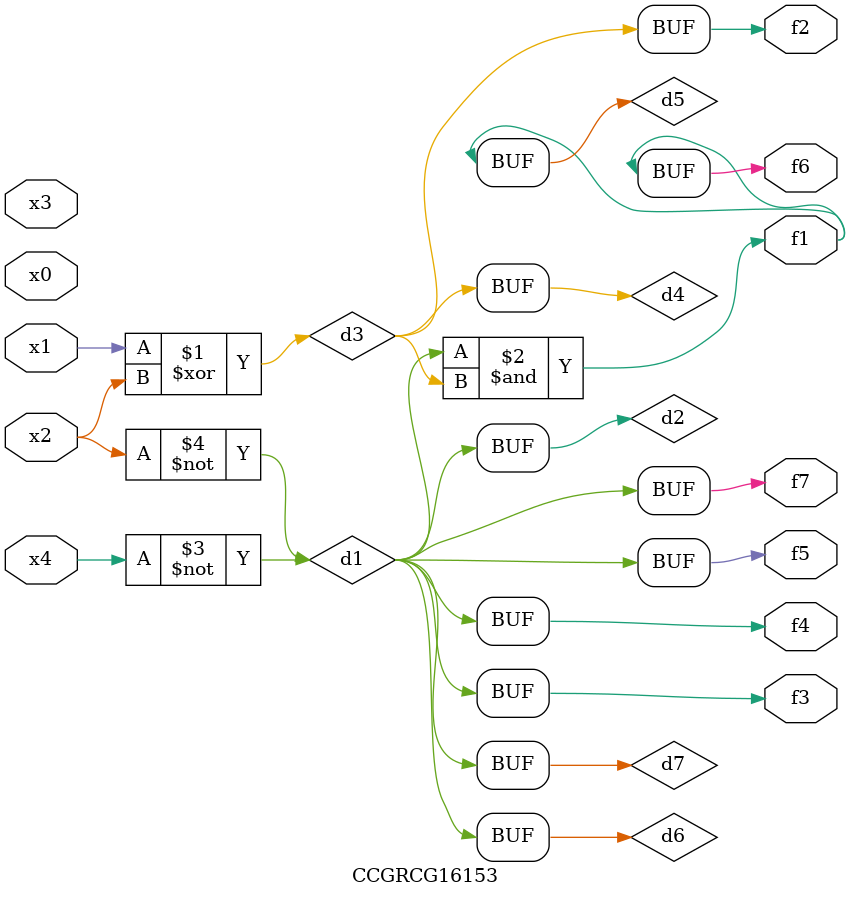
<source format=v>
module CCGRCG16153(
	input x0, x1, x2, x3, x4,
	output f1, f2, f3, f4, f5, f6, f7
);

	wire d1, d2, d3, d4, d5, d6, d7;

	not (d1, x4);
	not (d2, x2);
	xor (d3, x1, x2);
	buf (d4, d3);
	and (d5, d1, d3);
	buf (d6, d1, d2);
	buf (d7, d2);
	assign f1 = d5;
	assign f2 = d4;
	assign f3 = d7;
	assign f4 = d7;
	assign f5 = d7;
	assign f6 = d5;
	assign f7 = d7;
endmodule

</source>
